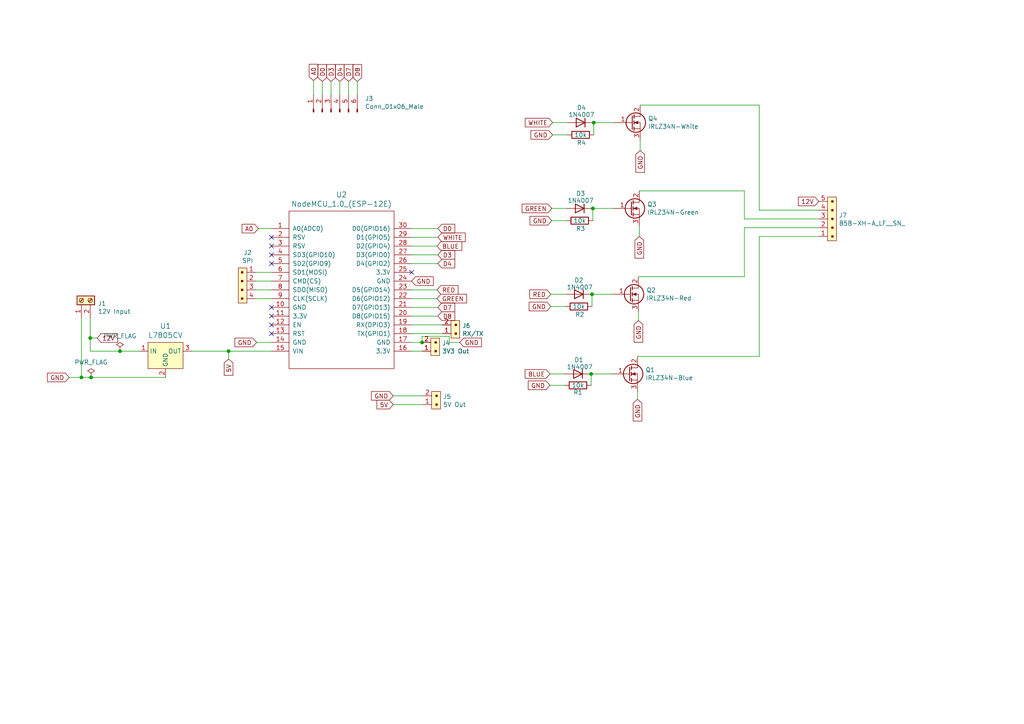
<source format=kicad_sch>
(kicad_sch (version 20250114) (generator "eeschema") (generator_version "9.0")
  (paper "A4")
  (title_block (title "12V RGB Stripe Controller") (date "2020-11-20") (rev "1.0") (company "Scheidler IT Solutions") (comment 1 "SmartHomeYourself.de"))
  (lib_symbols
    (symbol "Connector:Conn_01x06_Male" (pin_names (offset 1.016) (hide yes))
      (property "Reference" "J" (at 0 7.62 0))
      (property "Value" "Connector_Conn_01x06_Male" (at 0 -10.16 0))
      (symbol "Conn_01x06_Male_1_1"
        (rectangle (start 0.8636 5.207) (end 0 4.953) (stroke (width 0.1524)) (fill (type outline)))
        (rectangle (start 0.8636 2.667) (end 0 2.413) (stroke (width 0.1524)) (fill (type outline)))
        (rectangle (start 0.8636 0.127) (end 0 -0.127) (stroke (width 0.1524)) (fill (type outline)))
        (rectangle (start 0.8636 -2.413) (end 0 -2.667) (stroke (width 0.1524)) (fill (type outline)))
        (rectangle (start 0.8636 -4.953) (end 0 -5.207) (stroke (width 0.1524)) (fill (type outline)))
        (rectangle (start 0.8636 -7.493) (end 0 -7.747) (stroke (width 0.1524)) (fill (type outline)))
        (polyline (pts (xy 1.27 5.08) (xy 0.8636 5.08)) (stroke (width 0.1524)))
        (polyline (pts (xy 1.27 2.54) (xy 0.8636 2.54)) (stroke (width 0.1524)))
        (polyline (pts (xy 1.27 0) (xy 0.8636 0)) (stroke (width 0.1524)))
        (polyline (pts (xy 1.27 -2.54) (xy 0.8636 -2.54)) (stroke (width 0.1524)))
        (polyline (pts (xy 1.27 -5.08) (xy 0.8636 -5.08)) (stroke (width 0.1524)))
        (polyline (pts (xy 1.27 -7.62) (xy 0.8636 -7.62)) (stroke (width 0.1524)))
        (pin passive line (at 5.08 5.08 180) (length 3.81) (name "Pin_1") (number "1"))
        (pin passive line (at 5.08 2.54 180) (length 3.81) (name "Pin_2") (number "2"))
        (pin passive line (at 5.08 0 180) (length 3.81) (name "Pin_3") (number "3"))
        (pin passive line (at 5.08 -2.54 180) (length 3.81) (name "Pin_4") (number "4"))
        (pin passive line (at 5.08 -5.08 180) (length 3.81) (name "Pin_5") (number "5"))
        (pin passive line (at 5.08 -7.62 180) (length 3.81) (name "Pin_6") (number "6"))
      )
    )
    (symbol "Connector:Screw_Terminal_01x02" (pin_names (offset 1.016) (hide yes))
      (property "Reference" "J" (at 0 2.54 0))
      (property "Value" "Screw_Terminal_01x02" (at 0 -5.08 0))
      (symbol "Screw_Terminal_01x02_1_1"
        (rectangle (start -1.27 1.27) (end 1.27 -3.81) (stroke (width 0.254)) (fill (type background)))
        (polyline (pts (xy -0.5334 0.3302) (xy 0.3302 -0.508)) (stroke (width 0.1524)))
        (polyline (pts (xy -0.5334 -2.2098) (xy 0.3302 -3.048)) (stroke (width 0.1524)))
        (polyline (pts (xy -0.3556 0.508) (xy 0.508 -0.3302)) (stroke (width 0.1524)))
        (polyline (pts (xy -0.3556 -2.032) (xy 0.508 -2.8702)) (stroke (width 0.1524)))
        (circle (center 0 0) (radius 0.635) (stroke (width 0.1524)))
        (circle (center 0 -2.54) (radius 0.635) (stroke (width 0.1524)))
        (pin passive line (at -5.08 0 0) (length 3.81) (name "Pin_1") (number "1"))
        (pin passive line (at -5.08 -2.54 0) (length 3.81) (name "Pin_2") (number "2"))
      )
    )
    (symbol "Device:D" (pin_numbers (hide yes)) (pin_names (offset 1.016) (hide yes))
      (property "Reference" "D" (at 0 2.54 0))
      (property "Value" "D" (at 0 -2.54 0))
      (symbol "D_0_1"
        (polyline (pts (xy -1.27 1.27) (xy -1.27 -1.27)) (stroke (width 0.254)))
        (polyline (pts (xy 1.27 1.27) (xy 1.27 -1.27) (xy -1.27 0) (xy 1.27 1.27)) (stroke (width 0.254)))
        (polyline (pts (xy 1.27 0) (xy -1.27 0)))
      )
      (symbol "D_1_1"
        (pin passive line (at -3.81 0 0) (length 2.54) (name "K") (number "1"))
        (pin passive line (at 3.81 0 180) (length 2.54) (name "A") (number "2"))
      )
    )
    (symbol "Device:R" (pin_numbers (hide yes)) (pin_names (offset 0))
      (property "Reference" "R" (at 2.032 0 90))
      (property "Value" "R" (at 0 0 90))
      (symbol "R_0_1"
        (rectangle (start -1.016 -2.54) (end 1.016 2.54) (stroke (width 0.254)))
      )
      (symbol "R_1_1"
        (pin passive line (at 0 3.81 270) (length 1.27) (name "~") (number "1"))
        (pin passive line (at 0 -3.81 90) (length 1.27) (name "~") (number "2"))
      )
    )
    (symbol "dk_PMIC-Voltage-Regulators-Linear:L7805CV"
      (property "Reference" "U" (at 0 3.81 0))
      (property "Value" "L7805CV" (at 0 6.35 0))
      (symbol "L7805CV_1_1"
        (rectangle (start -5.08 2.54) (end 5.08 -5.08) (fill (type background)))
        (pin power_in line (at -7.62 0 0) (length 2.54) (name "IN") (number "1"))
        (pin power_in line (at 0 -7.62 90) (length 2.54) (name "GND") (number "2"))
        (pin power_out line (at 7.62 0 180) (length 2.54) (name "OUT") (number "3"))
      )
    )
    (symbol "dk_Rectangular-Connectors-Headers-Male-Pins:0022232041" (pin_names (offset 1.016))
      (property "Reference" "J" (at -2.54 1.27 0))
      (property "Value" "0022232041" (at 3.81 -3.81 0))
      (symbol "0022232041_1_1"
        (rectangle (start -1.27 0) (end 8.89 -2.54) (fill (type background)))
        (rectangle (start -0.254 -1.143) (end 0.254 -1.651) (fill (type outline)))
        (rectangle (start 2.286 -1.143) (end 2.794 -1.651) (fill (type outline)))
        (rectangle (start 4.826 -1.143) (end 5.334 -1.651) (fill (type outline)))
        (rectangle (start 7.366 -1.143) (end 7.874 -1.651) (fill (type outline)))
        (pin passive line (at 0 2.54 270) (length 2.54) (name "~") (number "1"))
        (pin passive line (at 2.54 2.54 270) (length 2.54) (name "~") (number "2"))
        (pin passive line (at 5.08 2.54 270) (length 2.54) (name "~") (number "3"))
        (pin passive line (at 7.62 2.54 270) (length 2.54) (name "~") (number "4"))
      )
    )
    (symbol "dk_Rectangular-Connectors-Headers-Male-Pins:22-23-2021" (pin_names (offset 1.016))
      (property "Reference" "J" (at -2.54 1.27 0))
      (property "Value" "22-23-2021" (at 1.27 -3.81 0))
      (symbol "22-23-2021_1_1"
        (rectangle (start -1.27 0) (end 3.81 -2.54) (fill (type background)))
        (rectangle (start -0.254 -1.143) (end 0.254 -1.651) (fill (type outline)))
        (rectangle (start 2.286 -1.143) (end 2.794 -1.651) (fill (type outline)))
        (pin passive line (at 0 2.54 270) (length 2.54) (name "~") (number "1"))
        (pin passive line (at 2.54 2.54 270) (length 2.54) (name "~") (number "2"))
      )
    )
    (symbol "dk_Rectangular-Connectors-Headers-Male-Pins:B5B-XH-A_LF__SN_" (pin_names (offset 1.016))
      (property "Reference" "J" (at -2.54 -1.27 0))
      (property "Value" "B5B-XH-A_LF__SN_" (at 5.08 -3.81 0))
      (symbol "B5B-XH-A_LF__SN__1_1"
        (rectangle (start -1.27 0) (end 11.43 -2.54) (fill (type background)))
        (rectangle (start -0.254 -1.143) (end 0.254 -1.651) (fill (type outline)))
        (rectangle (start 2.286 -1.143) (end 2.794 -1.651) (fill (type outline)))
        (rectangle (start 4.826 -1.143) (end 5.334 -1.651) (fill (type outline)))
        (rectangle (start 7.366 -1.143) (end 7.874 -1.651) (fill (type outline)))
        (rectangle (start 9.906 -1.143) (end 10.414 -1.651) (fill (type outline)))
        (pin passive line (at 0 2.54 270) (length 2.54) (name "~") (number "1"))
        (pin passive line (at 2.54 2.54 270) (length 2.54) (name "~") (number "2"))
        (pin passive line (at 5.08 2.54 270) (length 2.54) (name "~") (number "3"))
        (pin passive line (at 7.62 2.54 270) (length 2.54) (name "~") (number "4"))
        (pin passive line (at 10.16 2.54 270) (length 2.54) (name "~") (number "5"))
      )
    )
    (symbol "hc-und-co:MOSFET_N_CH" (pin_names (offset 0) (hide yes))
      (property "Reference" "Q" (at 7.62 1.27 0))
      (property "Value" "hc-und-co_MOSFET_N_CH" (at 17.78 -1.27 0))
      (symbol "MOSFET_N_CH_0_1"
        (polyline (pts (xy 0.254 1.905) (xy 0.254 -1.905) (xy 0.254 -1.905)) (stroke (width 0.254)))
        (polyline (pts (xy 0.762 2.286) (xy 0.762 1.27)) (stroke (width 0.254)))
        (polyline (pts (xy 0.762 1.778) (xy 2.54 1.778)))
        (polyline (pts (xy 0.762 0.508) (xy 0.762 -0.508)) (stroke (width 0.254)))
        (polyline (pts (xy 0.762 0) (xy 2.54 0)))
        (polyline (pts (xy 0.762 -1.27) (xy 0.762 -2.286)) (stroke (width 0.254)))
        (polyline (pts (xy 0.762 -1.778) (xy 2.54 -1.778)))
        (polyline (pts (xy 0.889 0) (xy 1.905 0.381) (xy 1.905 -0.381) (xy 0.889 0)) (fill (type outline)))
        (circle (center 1.27 0) (radius 2.8194) (stroke (width 0.254)))
        (polyline (pts (xy 2.54 2.54) (xy 2.54 1.778)))
        (polyline (pts (xy 2.54 -1.778) (xy 2.54 0)))
        (polyline (pts (xy 2.54 -1.778) (xy 2.54 -2.54)))
      )
      (symbol "MOSFET_N_CH_1_1"
        (pin input line (at -5.08 0 0) (length 5.334) (name "G") (number "1"))
        (pin passive line (at 2.54 5.08 270) (length 2.54) (name "D") (number "2"))
        (pin passive line (at 2.54 -5.08 90) (length 2.54) (name "S") (number "3"))
      )
    )
    (symbol "power:PWR_FLAG" (power) (pin_numbers (hide yes)) (pin_names (offset 0) (hide yes))
      (property "Value" "PWR_FLAG" (at 0 3.81 0))
      (symbol "PWR_FLAG_0_0"
        (pin power_out line (at 0 0 90) (length 0) (name "~") (number "1"))
      )
      (symbol "PWR_FLAG_0_1"
        (polyline (pts (xy 0 0) (xy 0 1.27) (xy -1.016 1.905) (xy 0 2.54) (xy 1.016 1.905) (xy 0 1.27)))
      )
    )
    (symbol "rgbw_12v_controller-rescue:NodeMCU_1.0_(ESP-12E)-mcu" (pin_names (offset 1.016))
      (property "Reference" "U" (at 0 21.59 0))
      (property "Value" "NodeMCU_1.0_(ESP-12E)-mcu" (at 0 -21.59 0))
      (symbol "NodeMCU_1.0_(ESP-12E)-mcu_0_1"
        (rectangle (start -15.24 -22.86) (end 15.24 22.86))
      )
      (symbol "NodeMCU_1.0_(ESP-12E)-mcu_1_1"
        (pin input line (at -20.32 17.78 0) (length 5.08) (name "A0(ADC0)") (number "1"))
        (pin input line (at -20.32 15.24 0) (length 5.08) (name "RSV") (number "2"))
        (pin input line (at -20.32 12.7 0) (length 5.08) (name "RSV") (number "3"))
        (pin bidirectional line (at -20.32 10.16 0) (length 5.08) (name "SD3(GPIO10)") (number "4"))
        (pin bidirectional line (at -20.32 7.62 0) (length 5.08) (name "SD2(GPIO9)") (number "5"))
        (pin bidirectional line (at -20.32 5.08 0) (length 5.08) (name "SD1(MOSI)") (number "6"))
        (pin bidirectional line (at -20.32 2.54 0) (length 5.08) (name "CMD(CS)") (number "7"))
        (pin bidirectional line (at -20.32 0 0) (length 5.08) (name "SDO(MISO)") (number "8"))
        (pin bidirectional line (at -20.32 -2.54 0) (length 5.08) (name "CLK(SCLK)") (number "9"))
        (pin input line (at -20.32 -5.08 0) (length 5.08) (name "GND") (number "10"))
        (pin power_out line (at -20.32 -7.62 0) (length 5.08) (name "3.3V") (number "11"))
        (pin input line (at -20.32 -10.16 0) (length 5.08) (name "EN") (number "12"))
        (pin input line (at -20.32 -12.7 0) (length 5.08) (name "RST") (number "13"))
        (pin power_in line (at -20.32 -15.24 0) (length 5.08) (name "GND") (number "14"))
        (pin power_in line (at -20.32 -17.78 0) (length 5.08) (name "VIN") (number "15"))
        (pin bidirectional line (at 20.32 17.78 180) (length 5.08) (name "D0(GPIO16)") (number "30"))
        (pin bidirectional line (at 20.32 15.24 180) (length 5.08) (name "D1(GPIO5)") (number "29"))
        (pin bidirectional line (at 20.32 12.7 180) (length 5.08) (name "D2(GPIO4)") (number "28"))
        (pin bidirectional line (at 20.32 10.16 180) (length 5.08) (name "D3(GPIO0)") (number "27"))
        (pin bidirectional line (at 20.32 7.62 180) (length 5.08) (name "D4(GPIO2)") (number "26"))
        (pin power_out line (at 20.32 5.08 180) (length 5.08) (name "3.3V") (number "25"))
        (pin power_in line (at 20.32 2.54 180) (length 5.08) (name "GND") (number "24"))
        (pin bidirectional line (at 20.32 0 180) (length 5.08) (name "D5(GPIO14)") (number "23"))
        (pin bidirectional line (at 20.32 -2.54 180) (length 5.08) (name "D6(GPIO12)") (number "22"))
        (pin bidirectional line (at 20.32 -5.08 180) (length 5.08) (name "D7(GPIO13)") (number "21"))
        (pin bidirectional line (at 20.32 -7.62 180) (length 5.08) (name "D8(GPIO15)") (number "20"))
        (pin bidirectional line (at 20.32 -10.16 180) (length 5.08) (name "RX(DPIO3)") (number "19"))
        (pin bidirectional line (at 20.32 -12.7 180) (length 5.08) (name "TX(GPIO1)") (number "18"))
        (pin power_in line (at 20.32 -15.24 180) (length 5.08) (name "GND") (number "17"))
        (pin power_out line (at 20.32 -17.78 180) (length 5.08) (name "3.3V") (number "16"))
      )
    )
  )
  (junction (at 23.622 109.474))
  (junction (at 26.162 98.044))
  (junction (at 171.45 108.458))
  (junction (at 171.704 85.344))
  (junction (at 26.416 109.474))
  (junction (at 34.798 101.854))
  (junction (at 171.958 60.452))
  (junction (at 66.294 101.854))
  (junction (at 122.428 99.314))
  (junction (at 172.212 35.56))
  (no_connect (at 119.38 78.994))
  (no_connect (at 78.74 91.694))
  (no_connect (at 78.74 89.154))
  (no_connect (at 78.74 96.774))
  (no_connect (at 78.74 73.914))
  (no_connect (at 78.74 68.834))
  (no_connect (at 78.74 76.454))
  (no_connect (at 78.74 94.234))
  (no_connect (at 78.74 71.374))
  (wire (pts (xy 130.302 99.314) (xy 130.302 97.536)))
  (wire (pts (xy 78.74 101.854) (xy 66.294 101.854)))
  (wire (pts (xy 101.092 23.622) (xy 101.092 27.432)))
  (wire (pts (xy 171.704 85.344) (xy 177.546 85.344)))
  (wire (pts (xy 34.798 101.854) (xy 40.386 101.854)))
  (wire (pts (xy 78.74 81.534) (xy 74.168 81.534)))
  (wire (pts (xy 127 91.694) (xy 119.38 91.694)))
  (wire (pts (xy 185.166 90.424) (xy 185.166 92.964)))
  (wire (pts (xy 171.958 64.008) (xy 171.958 60.452)))
  (wire (pts (xy 171.704 88.9) (xy 171.704 85.344)))
  (wire (pts (xy 171.45 111.76) (xy 171.45 108.458)))
  (wire (pts (xy 119.38 86.614) (xy 126.746 86.614)))
  (wire (pts (xy 128.27 96.774) (xy 119.38 96.774)))
  (wire (pts (xy 185.674 40.64) (xy 185.674 43.688)))
  (wire (pts (xy 237.49 68.58) (xy 220.218 68.58)))
  (wire (pts (xy 171.45 108.458) (xy 177.292 108.458)))
  (wire (pts (xy 74.168 86.614) (xy 78.74 86.614)))
  (wire (pts (xy 215.9 63.5) (xy 215.9 55.372)))
  (wire (pts (xy 114.046 114.808) (xy 122.682 114.808)))
  (wire (pts (xy 26.162 101.854) (xy 34.798 101.854)))
  (wire (pts (xy 119.38 76.454) (xy 127 76.454)))
  (wire (pts (xy 74.168 84.074) (xy 78.74 84.074)))
  (wire (pts (xy 66.294 101.854) (xy 55.626 101.854)))
  (wire (pts (xy 74.168 78.994) (xy 78.74 78.994)))
  (wire (pts (xy 20.066 109.474) (xy 23.622 109.474)))
  (wire (pts (xy 122.428 101.854) (xy 119.38 101.854)))
  (wire (pts (xy 26.416 109.474) (xy 48.006 109.474)))
  (wire (pts (xy 172.212 39.116) (xy 172.212 35.56)))
  (wire (pts (xy 119.38 99.314) (xy 122.428 99.314)))
  (wire (pts (xy 220.218 103.378) (xy 184.912 103.378)))
  (wire (pts (xy 130.302 97.536) (xy 122.428 97.536)))
  (wire (pts (xy 159.512 108.458) (xy 163.83 108.458)))
  (wire (pts (xy 96.012 23.622) (xy 96.012 27.432)))
  (wire (pts (xy 93.472 23.622) (xy 93.472 27.432)))
  (wire (pts (xy 127 66.294) (xy 119.38 66.294)))
  (wire (pts (xy 160.02 60.452) (xy 164.338 60.452)))
  (wire (pts (xy 237.49 63.5) (xy 215.9 63.5)))
  (wire (pts (xy 23.622 109.474) (xy 26.416 109.474)))
  (wire (pts (xy 160.02 64.008) (xy 164.338 64.008)))
  (wire (pts (xy 185.166 80.264) (xy 215.9 80.264)))
  (wire (pts (xy 133.35 99.314) (xy 130.302 99.314)))
  (wire (pts (xy 163.83 111.76) (xy 159.512 111.76)))
  (wire (pts (xy 172.212 35.56) (xy 178.054 35.56)))
  (wire (pts (xy 215.9 55.372) (xy 185.42 55.372)))
  (wire (pts (xy 164.084 88.9) (xy 159.766 88.9)))
  (wire (pts (xy 220.218 68.58) (xy 220.218 103.378)))
  (wire (pts (xy 119.38 94.234) (xy 128.27 94.234)))
  (wire (pts (xy 26.162 98.044) (xy 26.162 101.854)))
  (wire (pts (xy 184.912 113.538) (xy 184.912 115.824)))
  (wire (pts (xy 23.622 92.202) (xy 23.622 109.474)))
  (wire (pts (xy 185.674 30.48) (xy 220.218 30.48)))
  (wire (pts (xy 119.38 84.074) (xy 126.746 84.074)))
  (wire (pts (xy 119.38 68.834) (xy 127 68.834)))
  (wire (pts (xy 159.766 85.344) (xy 164.084 85.344)))
  (wire (pts (xy 160.274 35.56) (xy 164.592 35.56)))
  (wire (pts (xy 215.9 80.264) (xy 215.9 66.04)))
  (wire (pts (xy 220.218 30.48) (xy 220.218 60.96)))
  (wire (pts (xy 185.42 65.532) (xy 185.42 68.58)))
  (wire (pts (xy 127 73.914) (xy 119.38 73.914)))
  (wire (pts (xy 160.274 39.116) (xy 164.592 39.116)))
  (wire (pts (xy 215.9 66.04) (xy 237.49 66.04)))
  (wire (pts (xy 119.38 89.154) (xy 127 89.154)))
  (wire (pts (xy 26.162 92.202) (xy 26.162 98.044)))
  (wire (pts (xy 74.422 99.314) (xy 78.74 99.314)))
  (wire (pts (xy 114.046 117.348) (xy 122.682 117.348)))
  (wire (pts (xy 28.194 98.044) (xy 26.162 98.044)))
  (wire (pts (xy 103.632 23.622) (xy 103.632 27.432)))
  (wire (pts (xy 66.294 104.14) (xy 66.294 101.854)))
  (wire (pts (xy 122.428 97.536) (xy 122.428 99.314)))
  (wire (pts (xy 220.218 60.96) (xy 237.49 60.96)))
  (wire (pts (xy 90.932 23.368) (xy 90.932 27.432)))
  (wire (pts (xy 171.958 60.452) (xy 177.8 60.452)))
  (wire (pts (xy 98.552 23.622) (xy 98.552 27.432)))
  (wire (pts (xy 119.38 71.374) (xy 126.746 71.374)))
  (wire (pts (xy 74.93 66.294) (xy 78.74 66.294)))
  (global_label "D4" (shape input) (at 98.552 23.622 90) (property "Intersheetrefs" "${INTERSHEET_REFS}" (effects (hide yes))))
  (global_label "WHITE" (shape input) (at 127 68.834 0) (property "Intersheetrefs" "${INTERSHEET_REFS}" (effects (hide yes))))
  (global_label "GND" (shape input) (at 74.422 99.314 180) (property "Intersheetrefs" "${INTERSHEET_REFS}" (effects (hide yes))))
  (global_label "GREEN" (shape input) (at 160.02 60.452 180) (property "Intersheetrefs" "${INTERSHEET_REFS}" (effects (hide yes))))
  (global_label "GND" (shape input) (at 185.42 68.58 270) (property "Intersheetrefs" "${INTERSHEET_REFS}" (effects (hide yes))))
  (global_label "A0" (shape input) (at 74.93 66.294 180) (property "Intersheetrefs" "${INTERSHEET_REFS}" (effects (hide yes))))
  (global_label "BLUE" (shape input) (at 159.512 108.458 180) (property "Intersheetrefs" "${INTERSHEET_REFS}" (effects (hide yes))))
  (global_label "GND" (shape input) (at 20.066 109.474 180) (property "Intersheetrefs" "${INTERSHEET_REFS}" (effects (hide yes))))
  (global_label "GND" (shape input) (at 159.512 111.76 180) (property "Intersheetrefs" "${INTERSHEET_REFS}" (effects (hide yes))))
  (global_label "RED" (shape input) (at 126.746 84.074 0) (property "Intersheetrefs" "${INTERSHEET_REFS}" (effects (hide yes))))
  (global_label "D0" (shape input) (at 127 66.294 0) (property "Intersheetrefs" "${INTERSHEET_REFS}" (effects (hide yes))))
  (global_label "WHITE" (shape input) (at 160.274 35.56 180) (property "Intersheetrefs" "${INTERSHEET_REFS}" (effects (hide yes))))
  (global_label "D8" (shape input) (at 103.632 23.622 90) (property "Intersheetrefs" "${INTERSHEET_REFS}" (effects (hide yes))))
  (global_label "D3" (shape input) (at 127 73.914 0) (property "Intersheetrefs" "${INTERSHEET_REFS}" (effects (hide yes))))
  (global_label "GND" (shape input) (at 185.674 43.688 270) (property "Intersheetrefs" "${INTERSHEET_REFS}" (effects (hide yes))))
  (global_label "5V" (shape input) (at 114.046 117.348 180) (property "Intersheetrefs" "${INTERSHEET_REFS}" (effects (hide yes))))
  (global_label "BLUE" (shape input) (at 126.746 71.374 0) (property "Intersheetrefs" "${INTERSHEET_REFS}" (effects (hide yes))))
  (global_label "D7" (shape input) (at 101.092 23.622 90) (property "Intersheetrefs" "${INTERSHEET_REFS}" (effects (hide yes))))
  (global_label "GND" (shape input) (at 119.38 81.534 0) (property "Intersheetrefs" "${INTERSHEET_REFS}" (effects (hide yes))))
  (global_label "GND" (shape input) (at 185.166 92.964 270) (property "Intersheetrefs" "${INTERSHEET_REFS}" (effects (hide yes))))
  (global_label "GREEN" (shape input) (at 126.746 86.614 0) (property "Intersheetrefs" "${INTERSHEET_REFS}" (effects (hide yes))))
  (global_label "A0" (shape input) (at 90.932 23.368 90) (property "Intersheetrefs" "${INTERSHEET_REFS}" (effects (hide yes))))
  (global_label "D0" (shape input) (at 93.472 23.622 90) (property "Intersheetrefs" "${INTERSHEET_REFS}" (effects (hide yes))))
  (global_label "D8" (shape input) (at 127 91.694 0) (property "Intersheetrefs" "${INTERSHEET_REFS}" (effects (hide yes))))
  (global_label "GND" (shape input) (at 114.046 114.808 180) (property "Intersheetrefs" "${INTERSHEET_REFS}" (effects (hide yes))))
  (global_label "D4" (shape input) (at 127 76.454 0) (property "Intersheetrefs" "${INTERSHEET_REFS}" (effects (hide yes))))
  (global_label "12V" (shape input) (at 237.49 58.42 180) (property "Intersheetrefs" "${INTERSHEET_REFS}" (effects (hide yes))))
  (global_label "5V" (shape input) (at 66.294 104.14 270) (property "Intersheetrefs" "${INTERSHEET_REFS}" (effects (hide yes))))
  (global_label "RED" (shape input) (at 159.766 85.344 180) (property "Intersheetrefs" "${INTERSHEET_REFS}" (effects (hide yes))))
  (global_label "GND" (shape input) (at 159.766 88.9 180) (property "Intersheetrefs" "${INTERSHEET_REFS}" (effects (hide yes))))
  (global_label "12V" (shape input) (at 28.194 98.044 0) (property "Intersheetrefs" "${INTERSHEET_REFS}" (effects (hide yes))))
  (global_label "D7" (shape input) (at 127 89.154 0) (property "Intersheetrefs" "${INTERSHEET_REFS}" (effects (hide yes))))
  (global_label "GND" (shape input) (at 133.35 99.314 0) (property "Intersheetrefs" "${INTERSHEET_REFS}" (effects (hide yes))))
  (global_label "GND" (shape input) (at 184.912 115.824 270) (property "Intersheetrefs" "${INTERSHEET_REFS}" (effects (hide yes))))
  (global_label "GND" (shape input) (at 160.02 64.008 180) (property "Intersheetrefs" "${INTERSHEET_REFS}" (effects (hide yes))))
  (global_label "D3" (shape input) (at 96.012 23.622 90) (property "Intersheetrefs" "${INTERSHEET_REFS}" (effects (hide yes))))
  (global_label "GND" (shape input) (at 160.274 39.116 180) (property "Intersheetrefs" "${INTERSHEET_REFS}" (effects (hide yes))))
  (symbol (lib_id "rgbw_12v_controller-rescue:NodeMCU_1.0_(ESP-12E)-mcu") (at 99.06 84.074 0) (unit 1)
    (property "Reference" "U2" (at 99.06 56.4642 0) (effects (font (size 1.524 1.524))))
    (property "Value" "NodeMCU_1.0_(ESP-12E)" (at 99.06 59.1566 0) (effects (font (size 1.524 1.524))))
    (property "Footprint" "ESP8266:NodeMCU1.0(12-E)" (effects (hide yes)))
  )
  (symbol (lib_id "dk_PMIC-Voltage-Regulators-Linear:L7805CV") (at 48.006 101.854 0) (unit 1)
    (property "Reference" "U1" (at 48.006 94.5642 0) (effects (font (size 1.524 1.524))))
    (property "Value" "L7805CV" (at 48.006 97.2566 0) (effects (font (size 1.524 1.524))))
    (property "Footprint" "digikey-footprints:TO-220-3" (effects (hide yes)))
    (property "Datasheet" "http://www.st.com/content/ccc/resource/technical/document/datasheet/41/4f/b3/b0/12/d4/47/88/CD00000444.pdf/files/CD00000444.pdf/jcr:content/translations/en.CD00000444.pdf" (effects (hide yes)))
    (property "Description" "IC REG LINEAR 5V 1.5A TO220AB" (effects (hide yes)))
    (property "Digi-Key_PN" "497-1443-5-ND" (effects (hide yes)))
    (property "MPN" "L7805CV" (effects (hide yes)))
    (property "Category" "Integrated Circuits (ICs)" (effects (hide yes)))
    (property "Family" "PMIC - Voltage Regulators - Linear" (effects (hide yes)))
    (property "DK_Datasheet_Link" "http://www.st.com/content/ccc/resource/technical/document/datasheet/41/4f/b3/b0/12/d4/47/88/CD00000444.pdf/files/CD00000444.pdf/jcr:content/translations/en.CD00000444.pdf" (effects (hide yes)))
    (property "DK_Detail_Page" "/product-detail/en/stmicroelectronics/L7805CV/497-1443-5-ND/585964" (effects (hide yes)))
    (property "Manufacturer" "STMicroelectronics" (effects (hide yes)))
    (property "Status" "Active" (effects (hide yes)))
  )
  (symbol (lib_id "hc-und-co:MOSFET_N_CH") (at 182.372 108.458 0) (unit 1)
    (property "Reference" "Q1" (at 187.198 107.2896 0) (effects (justify left)))
    (property "Value" "IRLZ34N-Blue" (at 187.198 109.601 0) (effects (justify left)))
    (property "Footprint" "TO_SOT_Packages_THT:TO-220-3_Vertical" (effects (hide yes)))
  )
  (symbol (lib_id "Device:D") (at 167.64 108.458 180) (unit 1)
    (property "Reference" "D1" (at 167.894 104.394 0))
    (property "Value" "1N4007" (at 168.148 106.426 0))
    (property "Footprint" "digikey-footprints:Diode_DO-35_P10mm" (effects (hide yes)))
  )
  (symbol (lib_id "Device:R") (at 167.64 111.76 270) (unit 1)
    (property "Reference" "R1" (at 167.64 113.792 90))
    (property "Value" "10k" (at 167.64 111.76 90))
    (property "Footprint" "Resistors_THT:R_Axial_DIN0207_L6.3mm_D2.5mm_P10.16mm_Horizontal" (effects (hide yes)))
  )
  (symbol (lib_id "hc-und-co:MOSFET_N_CH") (at 182.626 85.344 0) (unit 1)
    (property "Reference" "Q2" (at 187.4774 84.1756 0) (effects (justify left)))
    (property "Value" "IRLZ34N-Red" (at 187.4774 86.487 0) (effects (justify left)))
    (property "Footprint" "TO_SOT_Packages_THT:TO-220-3_Vertical" (effects (hide yes)))
  )
  (symbol (lib_id "hc-und-co:MOSFET_N_CH") (at 182.88 60.452 0) (unit 1)
    (property "Reference" "Q3" (at 187.706 59.2836 0) (effects (justify left)))
    (property "Value" "IRLZ34N-Green" (at 187.706 61.595 0) (effects (justify left)))
    (property "Footprint" "TO_SOT_Packages_THT:TO-220-3_Vertical" (effects (hide yes)))
  )
  (symbol (lib_id "Device:R") (at 167.894 88.9 270) (unit 1)
    (property "Reference" "R2" (at 168.148 91.186 90))
    (property "Value" "10k" (at 167.894 88.9 90))
    (property "Footprint" "Resistors_THT:R_Axial_DIN0207_L6.3mm_D2.5mm_P10.16mm_Horizontal" (effects (hide yes)))
  )
  (symbol (lib_id "Device:R") (at 168.148 64.008 270) (unit 1)
    (property "Reference" "R3" (at 168.402 66.294 90))
    (property "Value" "10k" (at 168.148 64.008 90))
    (property "Footprint" "Resistors_THT:R_Axial_DIN0207_L6.3mm_D2.5mm_P10.16mm_Horizontal" (effects (hide yes)))
  )
  (symbol (lib_id "Device:D") (at 167.894 85.344 180) (unit 1)
    (property "Reference" "D2" (at 167.894 81.28 0))
    (property "Value" "1N4007" (at 168.148 83.312 0))
    (property "Footprint" "digikey-footprints:Diode_DO-35_P10mm" (effects (hide yes)))
  )
  (symbol (lib_id "Device:D") (at 168.148 60.452 180) (unit 1)
    (property "Reference" "D3" (at 168.402 56.134 0))
    (property "Value" "1N4007" (at 168.402 58.166 0))
    (property "Footprint" "digikey-footprints:Diode_DO-35_P10mm" (effects (hide yes)))
  )
  (symbol (lib_id "Connector:Screw_Terminal_01x02") (at 23.622 87.122 90) (unit 1)
    (property "Reference" "J1" (at 28.3972 88.0364 90) (effects (justify right)))
    (property "Value" "12V Input" (at 28.3972 90.3478 90) (effects (justify right)))
    (property "Footprint" "Connectors_Terminal_Blocks:TerminalBlock_bornier-2_P5.08mm" (effects (hide yes)))
  )
  (symbol (lib_id "dk_Rectangular-Connectors-Headers-Male-Pins:22-23-2021") (at 124.968 101.854 90) (unit 1)
    (property "Reference" "J4" (at 128.2192 99.5426 90) (effects (justify right)))
    (property "Value" "3V3 Out" (at 128.2192 101.854 90) (effects (justify right)))
    (property "Footprint" "digikey-footprints:PinHeader_1x2_P2.54mm_Drill1.02mm" (effects (hide yes)))
    (property "Datasheet" "https://media.digikey.com/pdf/Data%20Sheets/Molex%20PDFs/A-6373-N_Series_Dwg_2010-12-03.pdf" (effects (hide yes)))
    (property "Description" "CONN HEADER VERT 2POS 2.54MM" (effects (hide yes)))
    (property "Digi-Key_PN" "WM4200-ND" (effects (hide yes)))
    (property "MPN" "22-23-2021" (effects (hide yes)))
    (property "Category" "Connectors, Interconnects" (effects (hide yes)))
    (property "Family" "Rectangular Connectors - Headers, Male Pins" (effects (hide yes)))
    (property "DK_Datasheet_Link" "https://media.digikey.com/pdf/Data%20Sheets/Molex%20PDFs/A-6373-N_Series_Dwg_2010-12-03.pdf" (effects (hide yes)))
    (property "DK_Detail_Page" "/product-detail/en/molex/22-23-2021/WM4200-ND/26667" (effects (hide yes)))
    (property "Manufacturer" "Molex" (effects (hide yes)))
    (property "Status" "Active" (effects (hide yes)))
  )
  (symbol (lib_id "dk_Rectangular-Connectors-Headers-Male-Pins:22-23-2021") (at 130.81 96.774 90) (unit 1)
    (property "Reference" "J6" (at 134.0612 94.4626 90) (effects (justify right)))
    (property "Value" "RX/TX" (at 134.0612 96.774 90) (effects (justify right)))
    (property "Footprint" "digikey-footprints:PinHeader_1x2_P2.54mm_Drill1.02mm" (effects (hide yes)))
    (property "Datasheet" "https://media.digikey.com/pdf/Data%20Sheets/Molex%20PDFs/A-6373-N_Series_Dwg_2010-12-03.pdf" (effects (hide yes)))
    (property "Description" "CONN HEADER VERT 2POS 2.54MM" (effects (hide yes)))
    (property "Digi-Key_PN" "WM4200-ND" (effects (hide yes)))
    (property "MPN" "22-23-2021" (effects (hide yes)))
    (property "Category" "Connectors, Interconnects" (effects (hide yes)))
    (property "Family" "Rectangular Connectors - Headers, Male Pins" (effects (hide yes)))
    (property "DK_Datasheet_Link" "https://media.digikey.com/pdf/Data%20Sheets/Molex%20PDFs/A-6373-N_Series_Dwg_2010-12-03.pdf" (effects (hide yes)))
    (property "DK_Detail_Page" "/product-detail/en/molex/22-23-2021/WM4200-ND/26667" (effects (hide yes)))
    (property "Manufacturer" "Molex" (effects (hide yes)))
    (property "Status" "Active" (effects (hide yes)))
  )
  (symbol (lib_id "dk_Rectangular-Connectors-Headers-Male-Pins:0022232041") (at 71.628 78.994 270) (unit 1)
    (property "Reference" "J2" (at 71.8312 73.279 90))
    (property "Value" "SPI" (at 71.8312 75.5904 90))
    (property "Footprint" "digikey-footprints:PinHeader_1x4_P2.54mm_Drill1.02mm" (effects (hide yes)))
    (property "Datasheet" "https://www.molex.com/pdm_docs/sd/022232041_sd.pdf" (effects (hide yes)))
    (property "Description" "CONN HEADER VERT 4POS 2.54MM" (effects (hide yes)))
    (property "Digi-Key_PN" "WM4202-ND" (effects (hide yes)))
    (property "MPN" "0022232041" (effects (hide yes)))
    (property "Category" "Connectors, Interconnects" (effects (hide yes)))
    (property "Family" "Rectangular Connectors - Headers, Male Pins" (effects (hide yes)))
    (property "DK_Datasheet_Link" "https://www.molex.com/pdm_docs/sd/022232041_sd.pdf" (effects (hide yes)))
    (property "DK_Detail_Page" "/product-detail/en/molex/0022232041/WM4202-ND/26671" (effects (hide yes)))
    (property "Manufacturer" "Molex" (effects (hide yes)))
    (property "Status" "Active" (effects (hide yes)))
  )
  (symbol (lib_id "dk_Rectangular-Connectors-Headers-Male-Pins:22-23-2021") (at 125.222 117.348 90) (unit 1)
    (property "Reference" "J5" (at 128.4732 115.0366 90) (effects (justify right)))
    (property "Value" "5V Out" (at 128.4732 117.348 90) (effects (justify right)))
    (property "Footprint" "digikey-footprints:PinHeader_1x2_P2.54mm_Drill1.02mm" (effects (hide yes)))
    (property "Datasheet" "https://media.digikey.com/pdf/Data%20Sheets/Molex%20PDFs/A-6373-N_Series_Dwg_2010-12-03.pdf" (effects (hide yes)))
    (property "Description" "CONN HEADER VERT 2POS 2.54MM" (effects (hide yes)))
    (property "Digi-Key_PN" "WM4200-ND" (effects (hide yes)))
    (property "MPN" "22-23-2021" (effects (hide yes)))
    (property "Category" "Connectors, Interconnects" (effects (hide yes)))
    (property "Family" "Rectangular Connectors - Headers, Male Pins" (effects (hide yes)))
    (property "DK_Datasheet_Link" "https://media.digikey.com/pdf/Data%20Sheets/Molex%20PDFs/A-6373-N_Series_Dwg_2010-12-03.pdf" (effects (hide yes)))
    (property "DK_Detail_Page" "/product-detail/en/molex/22-23-2021/WM4200-ND/26667" (effects (hide yes)))
    (property "Manufacturer" "Molex" (effects (hide yes)))
    (property "Status" "Active" (effects (hide yes)))
  )
  (symbol (lib_id "dk_Rectangular-Connectors-Headers-Male-Pins:B5B-XH-A_LF__SN_") (at 240.03 68.58 90) (unit 1)
    (property "Reference" "J7" (at 243.2812 62.4586 90) (effects (justify right)))
    (property "Value" "B5B-XH-A_LF__SN_" (at 243.2812 64.77 90) (effects (justify right)))
    (property "Footprint" "digikey-footprints:PinHeader_1x5_P2.5mm_Drill1.1mm" (effects (hide yes)))
    (property "Datasheet" "http://www.jst-mfg.com/product/pdf/eng/eXH.pdf" (effects (hide yes)))
    (property "Description" "CONN HEADER VERT 5POS 2.5MM" (effects (hide yes)))
    (property "Digi-Key_PN" "455-2270-ND" (effects (hide yes)))
    (property "MPN" "B5B-XH-A(LF)(SN)" (effects (hide yes)))
    (property "Category" "Connectors, Interconnects" (effects (hide yes)))
    (property "Family" "Rectangular Connectors - Headers, Male Pins" (effects (hide yes)))
    (property "DK_Datasheet_Link" "http://www.jst-mfg.com/product/pdf/eng/eXH.pdf" (effects (hide yes)))
    (property "DK_Detail_Page" "/product-detail/en/jst-sales-america-inc/B5B-XH-A(LF)(SN)/455-2270-ND/1530483" (effects (hide yes)))
    (property "Manufacturer" "JST Sales America Inc." (effects (hide yes)))
    (property "Status" "Active" (effects (hide yes)))
  )
  (symbol (lib_id "Device:D") (at 168.402 35.56 180) (unit 1)
    (property "Reference" "D4" (at 168.656 31.242 0))
    (property "Value" "1N4007" (at 168.656 33.274 0))
    (property "Footprint" "digikey-footprints:Diode_DO-35_P10mm" (effects (hide yes)))
  )
  (symbol (lib_id "Device:R") (at 168.402 39.116 270) (unit 1)
    (property "Reference" "R4" (at 168.656 41.402 90))
    (property "Value" "10k" (at 168.402 39.116 90))
    (property "Footprint" "Resistors_THT:R_Axial_DIN0207_L6.3mm_D2.5mm_P10.16mm_Horizontal" (effects (hide yes)))
  )
  (symbol (lib_id "hc-und-co:MOSFET_N_CH") (at 183.134 35.56 0) (unit 1)
    (property "Reference" "Q4" (at 187.96 34.3916 0) (effects (justify left)))
    (property "Value" "IRLZ34N-White" (at 187.96 36.703 0) (effects (justify left)))
    (property "Footprint" "TO_SOT_Packages_THT:TO-220-3_Vertical" (effects (hide yes)))
  )
  (symbol (lib_id "power:PWR_FLAG") (at 26.416 109.474 0) (unit 1)
    (property "Reference" "#FLG0101" (effects (hide yes)))
    (property "Value" "PWR_FLAG" (at 26.416 105.0798 0))
  )
  (symbol (lib_id "power:PWR_FLAG") (at 34.798 101.854 0) (unit 1)
    (property "Reference" "#FLG0102" (effects (hide yes)))
    (property "Value" "PWR_FLAG" (at 34.798 97.4598 0))
  )
  (symbol (lib_id "Connector:Conn_01x06_Male") (at 96.012 32.512 90) (unit 1)
    (property "Reference" "J3" (at 105.8672 28.6004 90) (effects (justify right)))
    (property "Value" "Conn_01x06_Male" (at 105.8672 30.9118 90) (effects (justify right)))
    (property "Footprint" "Pin_Headers:Pin_Header_Straight_1x06_Pitch2.54mm" (effects (hide yes)))
  )
)
</source>
